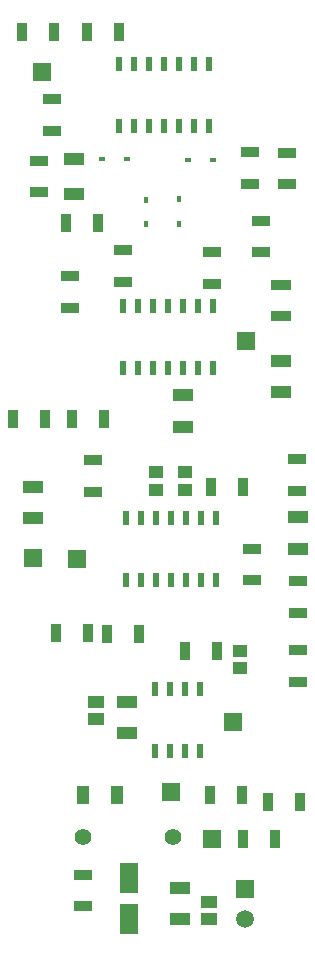
<source format=gbr>
%TF.GenerationSoftware,Altium Limited,Altium Designer,19.0.15 (446)*%
G04 Layer_Color=255*
%FSLAX42Y42*%
%MOMM*%
%TF.FileFunction,Pads,Top*%
%TF.Part,Single*%
G01*
G75*
%TA.AperFunction,SMDPad,CuDef*%
%ADD10R,1.55X0.90*%
%ADD11R,1.60X0.90*%
%ADD12R,1.70X1.10*%
%ADD13R,1.70X0.95*%
%ADD14R,0.90X1.60*%
G04:AMPARAMS|DCode=15|XSize=0.55mm|YSize=1.25mm|CornerRadius=0.05mm|HoleSize=0mm|Usage=FLASHONLY|Rotation=180.000|XOffset=0mm|YOffset=0mm|HoleType=Round|Shape=RoundedRectangle|*
%AMROUNDEDRECTD15*
21,1,0.55,1.15,0,0,180.0*
21,1,0.45,1.25,0,0,180.0*
1,1,0.10,-0.23,0.58*
1,1,0.10,0.23,0.58*
1,1,0.10,0.23,-0.58*
1,1,0.10,-0.23,-0.58*
%
%ADD15ROUNDEDRECTD15*%
%ADD16R,0.59X0.45*%
%ADD17R,1.30X1.00*%
%ADD18R,0.90X1.55*%
%ADD19R,0.45X0.59*%
%ADD20R,1.40X1.10*%
%ADD21R,1.60X2.50*%
%ADD22R,1.10X1.65*%
%TA.AperFunction,ComponentPad*%
%ADD24R,1.50X1.50*%
%ADD25C,1.40*%
%ADD26R,1.50X1.50*%
%ADD27C,1.50*%
D10*
X4275Y10738D02*
D03*
Y10473D02*
D03*
X6370Y10543D02*
D03*
Y10807D02*
D03*
X6155Y10230D02*
D03*
Y9965D02*
D03*
D11*
X4383Y10987D02*
D03*
Y11258D02*
D03*
X4538Y9495D02*
D03*
Y9765D02*
D03*
X6062Y10545D02*
D03*
Y10815D02*
D03*
X6465Y6597D02*
D03*
Y6328D02*
D03*
X4979Y9980D02*
D03*
Y9710D02*
D03*
X5738Y9967D02*
D03*
Y9697D02*
D03*
X6462Y6913D02*
D03*
Y7182D02*
D03*
X6072Y7455D02*
D03*
Y7185D02*
D03*
X6460Y8215D02*
D03*
Y7945D02*
D03*
X4733Y8205D02*
D03*
Y7935D02*
D03*
X4645Y4695D02*
D03*
Y4425D02*
D03*
D12*
X6318Y9042D02*
D03*
Y8782D02*
D03*
X4567Y10460D02*
D03*
Y10750D02*
D03*
X4217Y7980D02*
D03*
Y7710D02*
D03*
X6462Y7720D02*
D03*
Y7450D02*
D03*
X5490Y8755D02*
D03*
Y8485D02*
D03*
X5013Y5890D02*
D03*
Y6160D02*
D03*
X5465Y4315D02*
D03*
Y4585D02*
D03*
D13*
X6318Y9690D02*
D03*
Y9420D02*
D03*
D14*
X4945Y11830D02*
D03*
X4675D02*
D03*
X4127Y11832D02*
D03*
X4397D02*
D03*
X5730Y7973D02*
D03*
X6000D02*
D03*
X4320Y8550D02*
D03*
X4050D02*
D03*
X5508Y6590D02*
D03*
X5777D02*
D03*
X4683Y6736D02*
D03*
X4413D02*
D03*
X4555Y8550D02*
D03*
X4825D02*
D03*
X4848Y6735D02*
D03*
X5118D02*
D03*
X6478Y5307D02*
D03*
X6208D02*
D03*
D15*
X5710Y11555D02*
D03*
X5583D02*
D03*
X5456D02*
D03*
X5329D02*
D03*
X5202D02*
D03*
X5075D02*
D03*
X4948D02*
D03*
X5710Y11030D02*
D03*
X5583D02*
D03*
X5456D02*
D03*
X5329D02*
D03*
X5202D02*
D03*
X5075D02*
D03*
X4948D02*
D03*
X5635Y6265D02*
D03*
X5508D02*
D03*
X5381D02*
D03*
X5254D02*
D03*
X5635Y5740D02*
D03*
X5508D02*
D03*
X5381D02*
D03*
X5254D02*
D03*
X5741Y9510D02*
D03*
X5614D02*
D03*
X5487D02*
D03*
X5360D02*
D03*
X5233D02*
D03*
X5106D02*
D03*
X4979D02*
D03*
X5741Y8985D02*
D03*
X5614D02*
D03*
X5487D02*
D03*
X5360D02*
D03*
X5233D02*
D03*
X5106D02*
D03*
X4979D02*
D03*
X5766Y7710D02*
D03*
X5639D02*
D03*
X5512D02*
D03*
X5385D02*
D03*
X5258D02*
D03*
X5131D02*
D03*
X5004D02*
D03*
X5766Y7185D02*
D03*
X5639D02*
D03*
X5512D02*
D03*
X5385D02*
D03*
X5258D02*
D03*
X5131D02*
D03*
X5004D02*
D03*
D16*
X5748Y10745D02*
D03*
X5537D02*
D03*
X4807Y10750D02*
D03*
X5018D02*
D03*
D17*
X5972Y6440D02*
D03*
Y6590D02*
D03*
X5258Y7950D02*
D03*
Y8100D02*
D03*
X5508Y7955D02*
D03*
Y8105D02*
D03*
D18*
X4502Y10212D02*
D03*
X4768D02*
D03*
X5988Y5367D02*
D03*
X5722D02*
D03*
X6267Y4995D02*
D03*
X6002D02*
D03*
D19*
X5180Y10410D02*
D03*
Y10199D02*
D03*
X5455Y10418D02*
D03*
Y10207D02*
D03*
D20*
X4756Y6010D02*
D03*
Y6160D02*
D03*
X5715Y4315D02*
D03*
Y4465D02*
D03*
D21*
X5035Y4665D02*
D03*
Y4315D02*
D03*
D22*
X4930Y5365D02*
D03*
X4645D02*
D03*
D24*
X4300Y11492D02*
D03*
X5917Y5985D02*
D03*
X4595Y7365D02*
D03*
X6022Y9215D02*
D03*
X4225Y7378D02*
D03*
X5735Y4997D02*
D03*
X5388Y5390D02*
D03*
D25*
X5407Y5010D02*
D03*
X4645D02*
D03*
D26*
X6015Y4569D02*
D03*
D27*
Y4315D02*
D03*
%TF.MD5,d78c4b63a1acd3aec79ae6dbbe12be81*%
M02*

</source>
